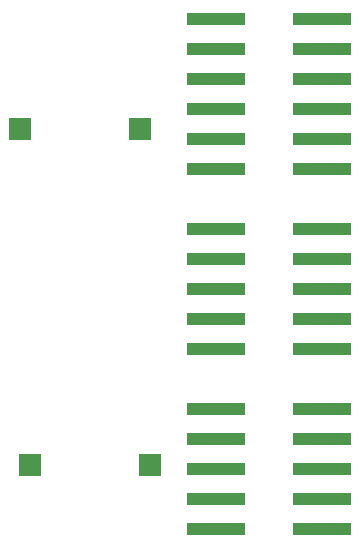
<source format=gbp>
G04 Layer: BottomPasteMaskLayer*
G04 EasyEDA v6.5.37, 2023-10-24 23:36:19*
G04 78d52bff66364ecaa542ea5132882577,2d72dfcb43d4463a83f972036e7af0db,10*
G04 Gerber Generator version 0.2*
G04 Scale: 100 percent, Rotated: No, Reflected: No *
G04 Dimensions in millimeters *
G04 leading zeros omitted , absolute positions ,4 integer and 5 decimal *
%FSLAX45Y45*%
%MOMM*%

%AMMACRO1*21,1,$1,$2,0,0,$3*%
%ADD10R,5.0000X1.0000*%
%ADD11MACRO1,1.8796X1.8796X0.0000*%
%ADD12R,1.8796X1.8796*%

%LPD*%
D10*
G01*
X2349500Y4762500D03*
G01*
X2349500Y4508500D03*
G01*
X2349500Y4254500D03*
G01*
X2349500Y4000500D03*
G01*
X2349500Y3238500D03*
G01*
X2349500Y2984500D03*
G01*
X2349500Y2730500D03*
G01*
X2349500Y2476500D03*
G01*
X2349500Y2222500D03*
G01*
X2349500Y1714500D03*
G01*
X3249498Y1714500D03*
G01*
X3249498Y2222525D03*
G01*
X3249498Y2476500D03*
G01*
X3249498Y2730500D03*
G01*
X3249498Y2984525D03*
G01*
X3249498Y3238500D03*
G01*
X3249498Y4000500D03*
G01*
X3249498Y4254500D03*
G01*
X3249498Y4508500D03*
G01*
X3249498Y4762500D03*
G01*
X3249498Y5016500D03*
G01*
X2349500Y1460500D03*
G01*
X2349500Y1206525D03*
G01*
X2349500Y952525D03*
G01*
X2349500Y698500D03*
G01*
X3249498Y698525D03*
G01*
X3249498Y952525D03*
G01*
X3249498Y1206525D03*
G01*
X3249498Y1460500D03*
G01*
X2349500Y5016500D03*
G01*
X2349500Y3746500D03*
G01*
X3249498Y3746500D03*
D11*
G01*
X1790700Y1244600D03*
G01*
X774700Y1244600D03*
D12*
G01*
X685800Y4089400D03*
D11*
G01*
X1701800Y4089400D03*
M02*

</source>
